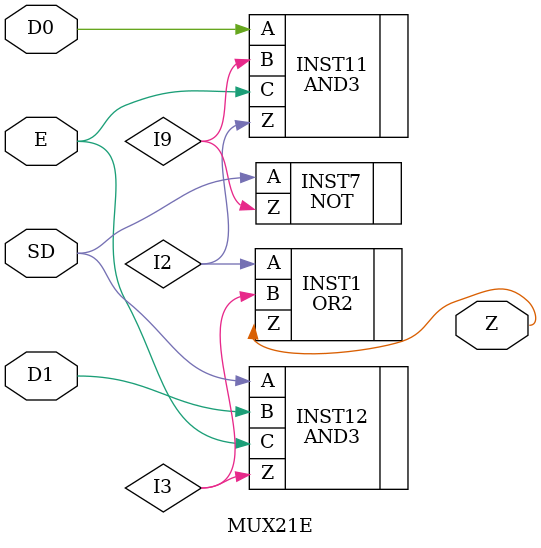
<source format=v>
`resetall
`timescale 1 ns / 100 ps

/* Created by DB2VERILOG Version 1.0.1.1 on Fri May 13 12:43:11 1994 */
/* module compiled from "lsl2db 3.6.4" run */

`celldefine
module MUX21E (D0, D1, SD, E, Z);
input  D0, D1, SD, E;
output Z;
OR2 INST1 (.A(I2), .B(I3), .Z(Z));
AND3 INST11 (.A(D0), .B(I9), .C(E), .Z(I2));
AND3 INST12 (.A(SD), .B(D1), .C(E), .Z(I3));
NOT INST7 (.A(SD), .Z(I9));

endmodule
`endcelldefine

</source>
